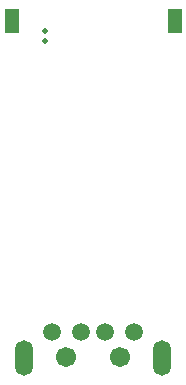
<source format=gbs>
G04 #@! TF.GenerationSoftware,KiCad,Pcbnew,(5.1.8)-1*
G04 #@! TF.CreationDate,2021-01-24T13:56:55+09:00*
G04 #@! TF.ProjectId,USB-Audio-PCM2906,5553422d-4175-4646-996f-2d50434d3239,rev?*
G04 #@! TF.SameCoordinates,Original*
G04 #@! TF.FileFunction,Soldermask,Bot*
G04 #@! TF.FilePolarity,Negative*
%FSLAX46Y46*%
G04 Gerber Fmt 4.6, Leading zero omitted, Abs format (unit mm)*
G04 Created by KiCad (PCBNEW (5.1.8)-1) date 2021-01-24 13:56:55*
%MOMM*%
%LPD*%
G01*
G04 APERTURE LIST*
%ADD10O,1.500000X3.000000*%
%ADD11C,1.701800*%
%ADD12C,1.498600*%
%ADD13R,1.200000X2.000000*%
%ADD14C,0.508000*%
G04 APERTURE END LIST*
D10*
G04 #@! TO.C,J1*
X154350000Y-119571994D03*
X142650001Y-119571994D03*
D11*
X150800001Y-119500000D03*
X146200000Y-119500000D03*
D12*
X152000000Y-117400000D03*
X149500001Y-117400000D03*
X147500000Y-117400000D03*
X145000002Y-117400000D03*
G04 #@! TD*
D13*
G04 #@! TO.C,LS1*
X141600000Y-91000000D03*
X155400000Y-91000000D03*
G04 #@! TD*
D14*
G04 #@! TO.C,U4*
X144400000Y-91906300D03*
X144400000Y-92693700D03*
G04 #@! TD*
M02*

</source>
